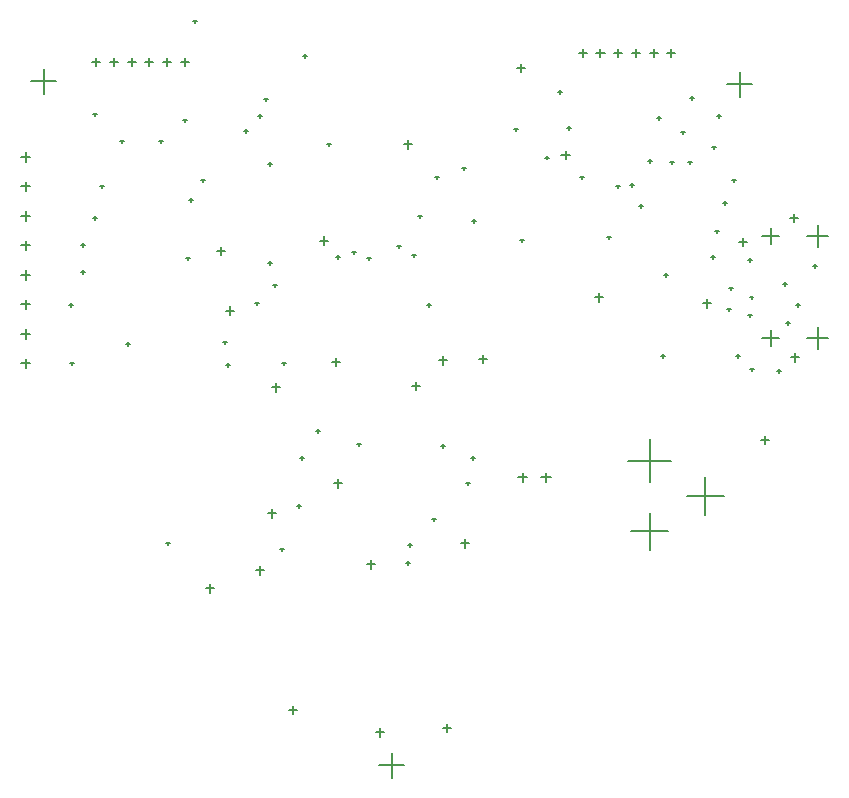
<source format=gbr>
%TF.GenerationSoftware,Altium Limited,Altium Designer,24.10.1 (45)*%
G04 Layer_Color=128*
%FSLAX45Y45*%
%MOMM*%
%TF.SameCoordinates,5161A517-D4F4-47BB-AA9F-3B40E8EE5112*%
%TF.FilePolarity,Positive*%
%TF.FileFunction,Drillmap*%
%TF.Part,Single*%
G01*
G75*
%TA.AperFunction,NonConductor*%
%ADD101C,0.12700*%
D101*
X793750Y6121400D02*
X1009650D01*
X901700Y6013450D02*
Y6229350D01*
X3740150Y330200D02*
X3956050D01*
X3848100Y222250D02*
Y438150D01*
X6686550Y6096000D02*
X6902450D01*
X6794500Y5988050D02*
Y6203950D01*
X7365601Y3949502D02*
X7545601D01*
X7455601Y3859502D02*
Y4039502D01*
X7365601Y4813498D02*
X7545601D01*
X7455601Y4723498D02*
Y4903498D01*
X6985602Y3949502D02*
X7125602D01*
X7055602Y3879502D02*
Y4019502D01*
X6985602Y4813498D02*
X7125602D01*
X7055602Y4743498D02*
Y4883498D01*
X2061201Y6286500D02*
X2131201D01*
X2096201Y6251500D02*
Y6321500D01*
X1911204Y6286500D02*
X1981204D01*
X1946204Y6251500D02*
Y6321500D01*
X1761202Y6286500D02*
X1831202D01*
X1796202Y6251500D02*
Y6321500D01*
X1611199Y6286500D02*
X1681199D01*
X1646199Y6251500D02*
Y6321500D01*
X1461202Y6286500D02*
X1531202D01*
X1496202Y6251500D02*
Y6321500D01*
X1311200Y6286500D02*
X1381200D01*
X1346200Y6251500D02*
Y6321500D01*
X709300Y5483804D02*
X789300D01*
X749300Y5443804D02*
Y5523804D01*
X709300Y5233802D02*
X789300D01*
X749300Y5193802D02*
Y5273802D01*
X709300Y4983800D02*
X789300D01*
X749300Y4943800D02*
Y5023800D01*
X709300Y4733803D02*
X789300D01*
X749300Y4693803D02*
Y4773803D01*
X709300Y4483801D02*
X789300D01*
X749300Y4443801D02*
Y4523801D01*
X709300Y4233804D02*
X789300D01*
X749300Y4193804D02*
Y4273804D01*
X709300Y3983802D02*
X789300D01*
X749300Y3943802D02*
Y4023802D01*
X709300Y3733800D02*
X789300D01*
X749300Y3693800D02*
Y3773800D01*
X5116200Y2768600D02*
X5196200D01*
X5156200Y2728600D02*
Y2808600D01*
X4916200Y2768600D02*
X4996200D01*
X4956200Y2728600D02*
Y2808600D01*
X5850500Y2911399D02*
X6214500D01*
X6032500Y2729399D02*
Y3093399D01*
X5874500Y2311400D02*
X6190500D01*
X6032500Y2153400D02*
Y2469400D01*
X6344502Y2611399D02*
X6660502D01*
X6502502Y2453399D02*
Y2769399D01*
X6180802Y6362700D02*
X6250802D01*
X6215802Y6327700D02*
Y6397700D01*
X6030805Y6362700D02*
X6100804D01*
X6065804Y6327700D02*
Y6397700D01*
X5880802Y6362700D02*
X5950802D01*
X5915802Y6327700D02*
Y6397700D01*
X5730800Y6362700D02*
X5800800D01*
X5765800Y6327700D02*
Y6397700D01*
X5580803Y6362700D02*
X5650803D01*
X5615803Y6327700D02*
Y6397700D01*
X5430801Y6362700D02*
X5500801D01*
X5465801Y6327700D02*
Y6397700D01*
X7160260Y4406900D02*
X7190740D01*
X7175500Y4391660D02*
Y4422140D01*
X5331460Y5727700D02*
X5361940D01*
X5346700Y5712460D02*
Y5742940D01*
X5255260Y6032500D02*
X5285740D01*
X5270500Y6017260D02*
Y6047740D01*
X2834640Y3530600D02*
X2905760D01*
X2870200Y3495040D02*
Y3566160D01*
X2689860Y4241800D02*
X2720340D01*
X2705100Y4226560D02*
Y4257040D01*
X6096218Y5811151D02*
X6126698D01*
X6111458Y5795911D02*
Y5826391D01*
X5284765Y5500075D02*
X5355885D01*
X5320325Y5464515D02*
Y5535635D01*
X2796540Y2463800D02*
X2867660D01*
X2832100Y2428240D02*
Y2499360D01*
X3096260Y6337300D02*
X3126740D01*
X3111500Y6322060D02*
Y6352540D01*
X3642360Y4622800D02*
X3672840D01*
X3657600Y4607560D02*
Y4638040D01*
X3299460Y5588000D02*
X3329940D01*
X3314700Y5572760D02*
Y5603240D01*
X2766060Y5969000D02*
X2796540D01*
X2781300Y5953760D02*
Y5984240D01*
X5146136Y5476908D02*
X5176616D01*
X5161376Y5461668D02*
Y5492148D01*
X2918460Y3733800D02*
X2948940D01*
X2933700Y3718560D02*
Y3749040D01*
X2448560Y3721100D02*
X2479040D01*
X2463800Y3705860D02*
Y3736340D01*
X6652260Y5092700D02*
X6682740D01*
X6667500Y5077460D02*
Y5107940D01*
X6207760Y5435600D02*
X6238240D01*
X6223000Y5420360D02*
Y5450840D01*
X6728460Y5283200D02*
X6758940D01*
X6743700Y5267960D02*
Y5298440D01*
X6360160Y5435600D02*
X6390640D01*
X6375400Y5420360D02*
Y5450840D01*
X6563360Y5562600D02*
X6593840D01*
X6578600Y5547360D02*
Y5577840D01*
X6601460Y5829300D02*
X6631940D01*
X6616700Y5814060D02*
Y5844540D01*
X6296660Y5689600D02*
X6327140D01*
X6311900Y5674360D02*
Y5704840D01*
X6017260Y5448300D02*
X6047740D01*
X6032500Y5433060D02*
Y5463540D01*
X5941060Y5067300D02*
X5971540D01*
X5956300Y5052060D02*
Y5082540D01*
X6550660Y4635500D02*
X6581140D01*
X6565900Y4620260D02*
Y4650740D01*
X4937760Y4775200D02*
X4968240D01*
X4953000Y4759960D02*
Y4790440D01*
X4213860Y5308600D02*
X4244340D01*
X4229100Y5293360D02*
Y5323840D01*
X4442460Y5384800D02*
X4472940D01*
X4457700Y5369560D02*
Y5400040D01*
X4886960Y5715000D02*
X4917440D01*
X4902200Y5699760D02*
Y5730240D01*
X5748961Y5233999D02*
X5779441D01*
X5764201Y5218759D02*
Y5249239D01*
X4074160Y4978400D02*
X4104640D01*
X4089400Y4963160D02*
Y4993640D01*
X6690360Y4191000D02*
X6720840D01*
X6705600Y4175760D02*
Y4206240D01*
X2842260Y4394200D02*
X2872740D01*
X2857500Y4378960D02*
Y4409440D01*
X6156960Y4483100D02*
X6187440D01*
X6172200Y4467860D02*
Y4498340D01*
X6703060Y4368800D02*
X6733540D01*
X6718300Y4353560D02*
Y4384040D01*
X5445760Y5308600D02*
X5476240D01*
X5461000Y5293360D02*
Y5323840D01*
X6766560Y3797300D02*
X6797040D01*
X6781800Y3782060D02*
Y3812540D01*
X7185660Y4076700D02*
X7216140D01*
X7200900Y4061460D02*
Y4091940D01*
X3210560Y3162300D02*
X3241040D01*
X3225800Y3147060D02*
Y3177540D01*
X6588760Y4851400D02*
X6619240D01*
X6604000Y4836160D02*
Y4866640D01*
X5674360Y4800600D02*
X5704840D01*
X5689600Y4785360D02*
Y4815840D01*
X4531360Y4940300D02*
X4561840D01*
X4546600Y4925060D02*
Y4955540D01*
X5864860Y5245100D02*
X5895340D01*
X5880100Y5229860D02*
Y5260340D01*
X4023360Y4648200D02*
X4053840D01*
X4038600Y4632960D02*
Y4663440D01*
X4434840Y2209800D02*
X4505960D01*
X4470400Y2174240D02*
Y2245360D01*
X3239691Y4773851D02*
X3310811D01*
X3275251Y4738291D02*
Y4809411D01*
X3972560Y2044700D02*
X4003040D01*
X3987800Y2029460D02*
Y2059940D01*
X7414260Y4559300D02*
X7444740D01*
X7429500Y4544060D02*
Y4574540D01*
X6868160Y4610100D02*
X6898640D01*
X6883400Y4594860D02*
Y4625340D01*
X7274560Y4229100D02*
X7305040D01*
X7289800Y4213860D02*
Y4244340D01*
X7109460Y3670300D02*
X7139940D01*
X7124700Y3655060D02*
Y3685540D01*
X3070860Y2933700D02*
X3101340D01*
X3086100Y2918460D02*
Y2948940D01*
X2905760Y2159000D02*
X2936240D01*
X2921000Y2143760D02*
Y2174240D01*
X3045460Y2527300D02*
X3075940D01*
X3060700Y2512060D02*
Y2542540D01*
X2600960Y5702300D02*
X2631440D01*
X2616200Y5687060D02*
Y5717540D01*
X2105660Y4622800D02*
X2136140D01*
X2120900Y4607560D02*
Y4638040D01*
X2804160Y5422900D02*
X2834640D01*
X2819400Y5407660D02*
Y5438140D01*
X2804160Y4584700D02*
X2834640D01*
X2819400Y4569460D02*
Y4599940D01*
X6974840Y3086100D02*
X7045960D01*
X7010400Y3050540D02*
Y3121660D01*
X3342640Y3746500D02*
X3413760D01*
X3378200Y3710940D02*
Y3782060D01*
X6880140Y4293509D02*
X6910620D01*
X6895380Y4278269D02*
Y4308749D01*
X6868160Y4140200D02*
X6898640D01*
X6883400Y4124960D02*
Y4155440D01*
X6880860Y3683000D02*
X6911340D01*
X6896100Y3667760D02*
Y3698240D01*
X3634740Y2032000D02*
X3705860D01*
X3670300Y1996440D02*
Y2067560D01*
X5565140Y4292600D02*
X5636260D01*
X5600700Y4257040D02*
Y4328160D01*
X3985260Y2197100D02*
X4015740D01*
X4000500Y2181860D02*
Y2212340D01*
X1940560Y2209800D02*
X1971040D01*
X1955800Y2194560D02*
Y2225040D01*
X3375660Y4635500D02*
X3406140D01*
X3390900Y4620260D02*
Y4650740D01*
X1216660Y4508500D02*
X1247140D01*
X1231900Y4493260D02*
Y4523740D01*
X4264660Y3035300D02*
X4295140D01*
X4279900Y3020060D02*
Y3050540D01*
X3553460Y3048000D02*
X3583940D01*
X3568700Y3032760D02*
Y3063240D01*
X4480560Y2717800D02*
X4511040D01*
X4495800Y2702560D02*
Y2733040D01*
X4188460Y2413000D02*
X4218940D01*
X4203700Y2397760D02*
Y2428240D01*
X6131560Y3797300D02*
X6162040D01*
X6146800Y3782060D02*
Y3812540D01*
X4518660Y2933700D02*
X4549140D01*
X4533900Y2918460D02*
Y2948940D01*
X4904740Y6235700D02*
X4975860D01*
X4940300Y6200140D02*
Y6271260D01*
X1318260Y5842000D02*
X1348740D01*
X1333500Y5826760D02*
Y5857240D01*
X3896360Y4724400D02*
X3926840D01*
X3911600Y4709160D02*
Y4739640D01*
X3951641Y5588599D02*
X4022761D01*
X3987201Y5553039D02*
Y5624159D01*
X2169160Y6629400D02*
X2199640D01*
X2184400Y6614160D02*
Y6644640D01*
X3515360Y4673600D02*
X3545840D01*
X3530600Y4658360D02*
Y4688840D01*
X2444140Y4181500D02*
X2515260D01*
X2479700Y4145940D02*
Y4217060D01*
X2715260Y5829300D02*
X2745740D01*
X2730500Y5814060D02*
Y5844540D01*
X2131060Y5118100D02*
X2161540D01*
X2146300Y5102860D02*
Y5133340D01*
X2423160Y3911600D02*
X2453640D01*
X2438400Y3896360D02*
Y3926840D01*
X1597660Y3898900D02*
X1628140D01*
X1612900Y3883660D02*
Y3914140D01*
X1381760Y5232400D02*
X1412240D01*
X1397000Y5217160D02*
Y5247640D01*
X1115060Y4229100D02*
X1145540D01*
X1130300Y4213860D02*
Y4244340D01*
X4150360Y4229100D02*
X4180840D01*
X4165600Y4213860D02*
Y4244340D01*
X1216660Y4737100D02*
X1247140D01*
X1231900Y4721860D02*
Y4752340D01*
X1318260Y4965700D02*
X1348740D01*
X1333500Y4950460D02*
Y4980940D01*
X2232660Y5283200D02*
X2263140D01*
X2247900Y5267960D02*
Y5298440D01*
X1877060Y5613400D02*
X1907540D01*
X1892300Y5598160D02*
Y5628640D01*
X1546860Y5613400D02*
X1577340D01*
X1562100Y5598160D02*
Y5628640D01*
X6372860Y5981700D02*
X6403340D01*
X6388100Y5966460D02*
Y5996940D01*
X6784340Y4762500D02*
X6855460D01*
X6819900Y4726940D02*
Y4798060D01*
X7216140Y4965700D02*
X7287260D01*
X7251700Y4930140D02*
Y5001260D01*
X7228840Y3784600D02*
X7299960D01*
X7264400Y3749040D02*
Y3820160D01*
X6479540Y4241800D02*
X6550660D01*
X6515100Y4206240D02*
Y4277360D01*
X1127760Y3733800D02*
X1158240D01*
X1143000Y3718560D02*
Y3749040D01*
X2364740Y4686300D02*
X2435860D01*
X2400300Y4650740D02*
Y4721860D01*
X4015740Y3543300D02*
X4086860D01*
X4051300Y3507740D02*
Y3578860D01*
X4587240Y3771900D02*
X4658360D01*
X4622800Y3736340D02*
Y3807460D01*
X4244340Y3759200D02*
X4315460D01*
X4279900Y3723640D02*
Y3794760D01*
X3710940Y609600D02*
X3782060D01*
X3746500Y574040D02*
Y645160D01*
X3355340Y2717800D02*
X3426460D01*
X3390900Y2682240D02*
Y2753360D01*
X2080260Y5791200D02*
X2110740D01*
X2095500Y5775960D02*
Y5806440D01*
X4282440Y647700D02*
X4353560D01*
X4318000Y612140D02*
Y683260D01*
X2974340Y800100D02*
X3045460D01*
X3009900Y764540D02*
Y835660D01*
X2275840Y1828800D02*
X2346960D01*
X2311400Y1793240D02*
Y1864360D01*
X2694940Y1981200D02*
X2766060D01*
X2730500Y1945640D02*
Y2016760D01*
%TF.MD5,1a1b2853dde511405610f3efac3ffb26*%
M02*

</source>
